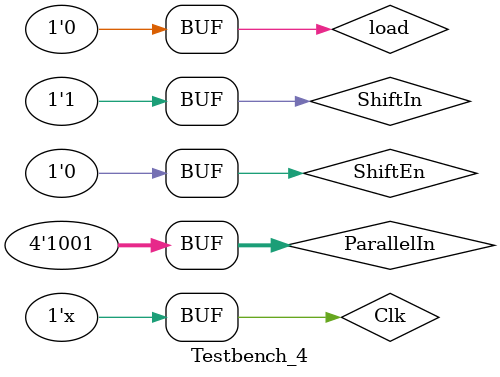
<source format=v>



module Testbench_4();



 reg Clk, ShiftIn, load, ShiftEn;     //Inputs registers
    reg [3:0] ParallelIn;
    wire [3:0] RegContent;  
    wire ShiftOut;    

lab6_1_4 tb4 (.Clk(Clk), .ShiftIn(ShiftIn), .ParallelIn(ParallelIn), .load(load), .ShiftEn(ShiftEn), .ShiftOut(ShiftOut), .RegContent(RegContent));

 initial begin
        Clk = 0;
        end
        always #10 Clk = ~Clk;           //10 units, switch clock
        
        //load
        initial begin
        load = 0;
        #60 load = 1;                     //High at 20
        #20 load = 0;
        #120 load = 1;
        #20 load = 0;
        #55 load = 1;
        #20 load = 0;
        #65 load = 1;
        #20 load = 0;                    //Low 150 LATER (150+20)               
        end
        
        //ShiftEn
        initial begin
        ShiftEn = 0;
        #100 ShiftEn = 1;
        #220 ShiftEn = 0;
        end
        
        //ShiftIn
        initial begin
        ShiftIn = 1;
        end
        
        //parallelin
        initial begin
        ParallelIn [3:0] = 4'b0000;
        #20 ParallelIn [3:0] = 4'b0101;
        #160 ParallelIn[3:0] = 4'b1001;
        end



endmodule

</source>
